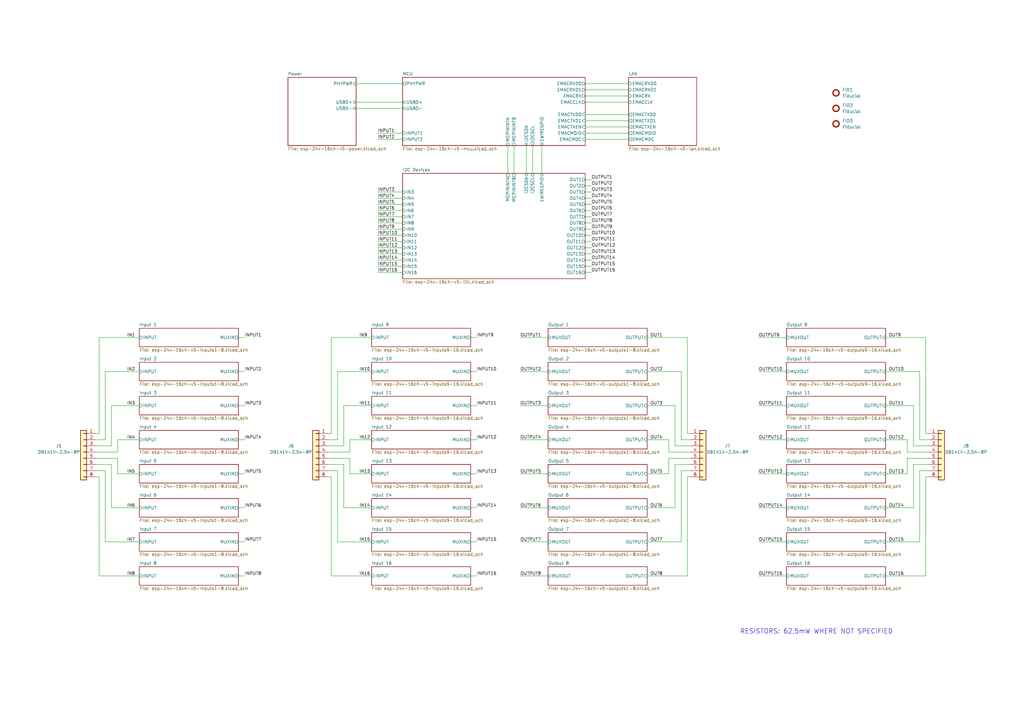
<source format=kicad_sch>
(kicad_sch (version 20250114) (generator "eeschema") (generator_version "9.0")
  (paper "A3")
  (title_block (title "ESP 24V 16xIn/16xOut/1-Wire Module") (date "2026-01-06") (rev "V5.1"))
  (lib_symbols
    (symbol "Connector_Generic:Conn_01x08" (pin_names (offset 1.016) (hide yes))
      (property "Reference" "J" (at 0 10.16 0))
      (property "Value" "Conn_01x08" (at 0 -12.7 0))
      (symbol "Conn_01x08_1_1"
        (rectangle (start -1.27 8.89) (end 1.27 -11.43) (stroke (width 0.254)) (fill (type background)))
        (rectangle (start -1.27 7.747) (end 0 7.493) (stroke (width 0.1524)))
        (rectangle (start -1.27 5.207) (end 0 4.953) (stroke (width 0.1524)))
        (rectangle (start -1.27 2.667) (end 0 2.413) (stroke (width 0.1524)))
        (rectangle (start -1.27 0.127) (end 0 -0.127) (stroke (width 0.1524)))
        (rectangle (start -1.27 -2.413) (end 0 -2.667) (stroke (width 0.1524)))
        (rectangle (start -1.27 -4.953) (end 0 -5.207) (stroke (width 0.1524)))
        (rectangle (start -1.27 -7.493) (end 0 -7.747) (stroke (width 0.1524)))
        (rectangle (start -1.27 -10.033) (end 0 -10.287) (stroke (width 0.1524)))
        (pin passive line (at -5.08 7.62 0) (length 3.81) (name "Pin_1") (number "1"))
        (pin passive line (at -5.08 5.08 0) (length 3.81) (name "Pin_2") (number "2"))
        (pin passive line (at -5.08 2.54 0) (length 3.81) (name "Pin_3") (number "3"))
        (pin passive line (at -5.08 0 0) (length 3.81) (name "Pin_4") (number "4"))
        (pin passive line (at -5.08 -2.54 0) (length 3.81) (name "Pin_5") (number "5"))
        (pin passive line (at -5.08 -5.08 0) (length 3.81) (name "Pin_6") (number "6"))
        (pin passive line (at -5.08 -7.62 0) (length 3.81) (name "Pin_7") (number "7"))
        (pin passive line (at -5.08 -10.16 0) (length 3.81) (name "Pin_8") (number "8"))
      )
    )
    (symbol "Mechanical:Fiducial" (in_bom no)
      (property "Reference" "FID" (at 0 5.08 0))
      (property "Value" "Fiducial" (at 0 3.175 0))
      (symbol "Fiducial_0_1"
        (circle (center 0 0) (radius 1.27) (stroke (width 0.508)) (fill (type background)))
      )
    )
  )
  (text "RESISTORS: 62,5mW WHERE NOT SPECIFIED" (at 303.53 259.08 0) (effects (font (size 1.905 1.905)) (justify left)))
  (wire (pts (xy 154.94 111.76) (xy 165.1 111.76)))
  (wire (pts (xy 240.03 99.06) (xy 242.57 99.06)))
  (wire (pts (xy 146.05 41.91) (xy 165.1 41.91)))
  (wire (pts (xy 48.26 187.96) (xy 48.26 194.31)))
  (wire (pts (xy 240.03 106.68) (xy 242.57 106.68)))
  (wire (pts (xy 154.94 93.98) (xy 165.1 93.98)))
  (wire (pts (xy 240.03 91.44) (xy 242.57 91.44)))
  (wire (pts (xy 379.73 138.43) (xy 363.22 138.43)))
  (wire (pts (xy 240.03 46.99) (xy 257.81 46.99)))
  (wire (pts (xy 97.79 166.37) (xy 100.33 166.37)))
  (wire (pts (xy 143.51 187.96) (xy 143.51 194.31)))
  (wire (pts (xy 276.86 166.37) (xy 265.43 166.37)))
  (wire (pts (xy 381 185.42) (xy 372.11 185.42)))
  (wire (pts (xy 40.64 138.43) (xy 57.15 138.43)))
  (wire (pts (xy 379.73 236.22) (xy 363.22 236.22)))
  (wire (pts (xy 43.18 180.34) (xy 43.18 152.4)))
  (wire (pts (xy 45.72 208.28) (xy 57.15 208.28)))
  (wire (pts (xy 134.62 177.8) (xy 135.89 177.8)))
  (wire (pts (xy 138.43 180.34) (xy 138.43 152.4)))
  (wire (pts (xy 193.04 222.25) (xy 195.58 222.25)))
  (wire (pts (xy 240.03 81.28) (xy 242.57 81.28)))
  (wire (pts (xy 311.15 180.34) (xy 322.58 180.34)))
  (wire (pts (xy 274.32 180.34) (xy 265.43 180.34)))
  (wire (pts (xy 240.03 57.15) (xy 257.81 57.15)))
  (wire (pts (xy 134.62 187.96) (xy 143.51 187.96)))
  (wire (pts (xy 281.94 177.8) (xy 281.94 138.43)))
  (wire (pts (xy 140.97 208.28) (xy 152.4 208.28)))
  (wire (pts (xy 240.03 78.74) (xy 242.57 78.74)))
  (wire (pts (xy 213.36 166.37) (xy 224.79 166.37)))
  (wire (pts (xy 146.05 34.29) (xy 165.1 34.29)))
  (wire (pts (xy 154.94 101.6) (xy 165.1 101.6)))
  (wire (pts (xy 374.65 190.5) (xy 374.65 208.28)))
  (wire (pts (xy 381 177.8) (xy 379.73 177.8)))
  (wire (pts (xy 40.64 236.22) (xy 57.15 236.22)))
  (wire (pts (xy 240.03 83.82) (xy 242.57 83.82)))
  (wire (pts (xy 240.03 39.37) (xy 257.81 39.37)))
  (wire (pts (xy 311.15 236.22) (xy 322.58 236.22)))
  (wire (pts (xy 154.94 99.06) (xy 165.1 99.06)))
  (wire (pts (xy 143.51 194.31) (xy 152.4 194.31)))
  (wire (pts (xy 215.9 59.69) (xy 215.9 71.12)))
  (wire (pts (xy 213.36 222.25) (xy 224.79 222.25)))
  (wire (pts (xy 240.03 109.22) (xy 242.57 109.22)))
  (wire (pts (xy 283.21 177.8) (xy 281.94 177.8)))
  (wire (pts (xy 283.21 195.58) (xy 281.94 195.58)))
  (wire (pts (xy 276.86 182.88) (xy 276.86 166.37)))
  (wire (pts (xy 154.94 96.52) (xy 165.1 96.52)))
  (wire (pts (xy 372.11 180.34) (xy 363.22 180.34)))
  (wire (pts (xy 134.62 195.58) (xy 135.89 195.58)))
  (wire (pts (xy 134.62 193.04) (xy 138.43 193.04)))
  (wire (pts (xy 283.21 193.04) (xy 279.4 193.04)))
  (wire (pts (xy 372.11 187.96) (xy 372.11 194.31)))
  (wire (pts (xy 374.65 208.28) (xy 363.22 208.28)))
  (wire (pts (xy 283.21 182.88) (xy 276.86 182.88)))
  (wire (pts (xy 193.04 208.28) (xy 195.58 208.28)))
  (wire (pts (xy 283.21 180.34) (xy 279.4 180.34)))
  (wire (pts (xy 379.73 177.8) (xy 379.73 138.43)))
  (wire (pts (xy 39.37 195.58) (xy 40.64 195.58)))
  (wire (pts (xy 274.32 187.96) (xy 274.32 194.31)))
  (wire (pts (xy 135.89 177.8) (xy 135.89 138.43)))
  (wire (pts (xy 154.94 83.82) (xy 165.1 83.82)))
  (wire (pts (xy 240.03 36.83) (xy 257.81 36.83)))
  (wire (pts (xy 193.04 166.37) (xy 195.58 166.37)))
  (wire (pts (xy 372.11 185.42) (xy 372.11 180.34)))
  (wire (pts (xy 43.18 222.25) (xy 57.15 222.25)))
  (wire (pts (xy 381 190.5) (xy 374.65 190.5)))
  (wire (pts (xy 193.04 138.43) (xy 195.58 138.43)))
  (wire (pts (xy 274.32 194.31) (xy 265.43 194.31)))
  (wire (pts (xy 240.03 49.53) (xy 257.81 49.53)))
  (wire (pts (xy 39.37 187.96) (xy 48.26 187.96)))
  (wire (pts (xy 134.62 190.5) (xy 140.97 190.5)))
  (wire (pts (xy 97.79 236.22) (xy 100.33 236.22)))
  (wire (pts (xy 283.21 187.96) (xy 274.32 187.96)))
  (wire (pts (xy 311.15 152.4) (xy 322.58 152.4)))
  (wire (pts (xy 97.79 180.34) (xy 100.33 180.34)))
  (wire (pts (xy 97.79 194.31) (xy 100.33 194.31)))
  (wire (pts (xy 240.03 104.14) (xy 242.57 104.14)))
  (wire (pts (xy 135.89 236.22) (xy 152.4 236.22)))
  (wire (pts (xy 193.04 180.34) (xy 195.58 180.34)))
  (wire (pts (xy 154.94 109.22) (xy 165.1 109.22)))
  (wire (pts (xy 43.18 152.4) (xy 57.15 152.4)))
  (wire (pts (xy 154.94 104.14) (xy 165.1 104.14)))
  (wire (pts (xy 40.64 177.8) (xy 40.64 138.43)))
  (wire (pts (xy 372.11 194.31) (xy 363.22 194.31)))
  (wire (pts (xy 134.62 182.88) (xy 140.97 182.88)))
  (wire (pts (xy 213.36 208.28) (xy 224.79 208.28)))
  (wire (pts (xy 48.26 185.42) (xy 48.26 180.34)))
  (wire (pts (xy 281.94 236.22) (xy 265.43 236.22)))
  (wire (pts (xy 379.73 195.58) (xy 379.73 236.22)))
  (wire (pts (xy 381 182.88) (xy 374.65 182.88)))
  (wire (pts (xy 135.89 138.43) (xy 152.4 138.43)))
  (wire (pts (xy 134.62 185.42) (xy 143.51 185.42)))
  (wire (pts (xy 140.97 166.37) (xy 152.4 166.37)))
  (wire (pts (xy 381 193.04) (xy 377.19 193.04)))
  (wire (pts (xy 274.32 185.42) (xy 274.32 180.34)))
  (wire (pts (xy 140.97 182.88) (xy 140.97 166.37)))
  (wire (pts (xy 279.4 180.34) (xy 279.4 152.4)))
  (wire (pts (xy 281.94 195.58) (xy 281.94 236.22)))
  (wire (pts (xy 240.03 96.52) (xy 242.57 96.52)))
  (wire (pts (xy 48.26 194.31) (xy 57.15 194.31)))
  (wire (pts (xy 311.15 166.37) (xy 322.58 166.37)))
  (wire (pts (xy 281.94 138.43) (xy 265.43 138.43)))
  (wire (pts (xy 134.62 180.34) (xy 138.43 180.34)))
  (wire (pts (xy 276.86 208.28) (xy 265.43 208.28)))
  (wire (pts (xy 279.4 152.4) (xy 265.43 152.4)))
  (wire (pts (xy 374.65 182.88) (xy 374.65 166.37)))
  (wire (pts (xy 154.94 81.28) (xy 165.1 81.28)))
  (wire (pts (xy 39.37 182.88) (xy 45.72 182.88)))
  (wire (pts (xy 154.94 78.74) (xy 165.1 78.74)))
  (wire (pts (xy 154.94 86.36) (xy 165.1 86.36)))
  (wire (pts (xy 240.03 73.66) (xy 242.57 73.66)))
  (wire (pts (xy 213.36 152.4) (xy 224.79 152.4)))
  (wire (pts (xy 210.82 59.69) (xy 210.82 71.12)))
  (wire (pts (xy 154.94 88.9) (xy 165.1 88.9)))
  (wire (pts (xy 381 187.96) (xy 372.11 187.96)))
  (wire (pts (xy 138.43 152.4) (xy 152.4 152.4)))
  (wire (pts (xy 311.15 194.31) (xy 322.58 194.31)))
  (wire (pts (xy 381 180.34) (xy 377.19 180.34)))
  (wire (pts (xy 240.03 54.61) (xy 257.81 54.61)))
  (wire (pts (xy 39.37 180.34) (xy 43.18 180.34)))
  (wire (pts (xy 283.21 190.5) (xy 276.86 190.5)))
  (wire (pts (xy 213.36 138.43) (xy 224.79 138.43)))
  (wire (pts (xy 279.4 222.25) (xy 265.43 222.25)))
  (wire (pts (xy 154.94 54.61) (xy 165.1 54.61)))
  (wire (pts (xy 45.72 190.5) (xy 45.72 208.28)))
  (wire (pts (xy 146.05 44.45) (xy 165.1 44.45)))
  (wire (pts (xy 193.04 194.31) (xy 195.58 194.31)))
  (wire (pts (xy 208.28 59.69) (xy 208.28 71.12)))
  (wire (pts (xy 377.19 193.04) (xy 377.19 222.25)))
  (wire (pts (xy 97.79 138.43) (xy 100.33 138.43)))
  (wire (pts (xy 40.64 195.58) (xy 40.64 236.22)))
  (wire (pts (xy 45.72 166.37) (xy 57.15 166.37)))
  (wire (pts (xy 240.03 52.07) (xy 257.81 52.07)))
  (wire (pts (xy 240.03 76.2) (xy 242.57 76.2)))
  (wire (pts (xy 374.65 166.37) (xy 363.22 166.37)))
  (wire (pts (xy 154.94 106.68) (xy 165.1 106.68)))
  (wire (pts (xy 193.04 236.22) (xy 195.58 236.22)))
  (wire (pts (xy 213.36 236.22) (xy 224.79 236.22)))
  (wire (pts (xy 240.03 86.36) (xy 242.57 86.36)))
  (wire (pts (xy 311.15 138.43) (xy 322.58 138.43)))
  (wire (pts (xy 45.72 182.88) (xy 45.72 166.37)))
  (wire (pts (xy 381 195.58) (xy 379.73 195.58)))
  (wire (pts (xy 311.15 208.28) (xy 322.58 208.28)))
  (wire (pts (xy 138.43 193.04) (xy 138.43 222.25)))
  (wire (pts (xy 279.4 193.04) (xy 279.4 222.25)))
  (wire (pts (xy 213.36 180.34) (xy 224.79 180.34)))
  (wire (pts (xy 193.04 152.4) (xy 195.58 152.4)))
  (wire (pts (xy 154.94 57.15) (xy 165.1 57.15)))
  (wire (pts (xy 97.79 152.4) (xy 100.33 152.4)))
  (wire (pts (xy 377.19 180.34) (xy 377.19 152.4)))
  (wire (pts (xy 311.15 222.25) (xy 322.58 222.25)))
  (wire (pts (xy 135.89 195.58) (xy 135.89 236.22)))
  (wire (pts (xy 213.36 194.31) (xy 224.79 194.31)))
  (wire (pts (xy 222.25 59.69) (xy 222.25 71.12)))
  (wire (pts (xy 39.37 193.04) (xy 43.18 193.04)))
  (wire (pts (xy 138.43 222.25) (xy 152.4 222.25)))
  (wire (pts (xy 283.21 185.42) (xy 274.32 185.42)))
  (wire (pts (xy 218.44 59.69) (xy 218.44 71.12)))
  (wire (pts (xy 39.37 190.5) (xy 45.72 190.5)))
  (wire (pts (xy 48.26 180.34) (xy 57.15 180.34)))
  (wire (pts (xy 43.18 193.04) (xy 43.18 222.25)))
  (wire (pts (xy 143.51 180.34) (xy 152.4 180.34)))
  (wire (pts (xy 240.03 111.76) (xy 242.57 111.76)))
  (wire (pts (xy 240.03 101.6) (xy 242.57 101.6)))
  (wire (pts (xy 240.03 88.9) (xy 242.57 88.9)))
  (wire (pts (xy 140.97 190.5) (xy 140.97 208.28)))
  (wire (pts (xy 154.94 91.44) (xy 165.1 91.44)))
  (wire (pts (xy 97.79 208.28) (xy 100.33 208.28)))
  (wire (pts (xy 240.03 93.98) (xy 242.57 93.98)))
  (wire (pts (xy 240.03 41.91) (xy 257.81 41.91)))
  (wire (pts (xy 39.37 177.8) (xy 40.64 177.8)))
  (wire (pts (xy 143.51 185.42) (xy 143.51 180.34)))
  (wire (pts (xy 377.19 152.4) (xy 363.22 152.4)))
  (wire (pts (xy 276.86 190.5) (xy 276.86 208.28)))
  (wire (pts (xy 240.03 34.29) (xy 257.81 34.29)))
  (wire (pts (xy 377.19 222.25) (xy 363.22 222.25)))
  (wire (pts (xy 39.37 185.42) (xy 48.26 185.42)))
  (wire (pts (xy 97.79 222.25) (xy 100.33 222.25)))
  (label "INPUT11" (at 154.94 99.06 0))
  (label "OUTPUT1" (at 213.36 138.43 0))
  (label "OUT14" (at 364.49 208.28 0))
  (label "OUT4" (at 266.7 180.34 0))
  (label "OUTPUT7" (at 242.57 88.9 0))
  (label "INPUT9" (at 154.94 93.98 0))
  (label "OUTPUT15" (at 242.57 109.22 0))
  (label "INPUT14" (at 195.58 208.28 0))
  (label "IN9" (at 147.32 138.43 0))
  (label "IN8" (at 52.07 236.22 0))
  (label "OUTPUT9" (at 311.15 138.43 0))
  (label "OUTPUT15" (at 311.15 222.25 0))
  (label "INPUT2" (at 100.33 152.4 0))
  (label "OUT12" (at 364.49 180.34 0))
  (label "INPUT1" (at 154.94 54.61 0))
  (label "INPUT13" (at 195.58 194.31 0))
  (label "INPUT1" (at 100.33 138.43 0))
  (label "INPUT4" (at 100.33 180.34 0))
  (label "OUTPUT3" (at 242.57 78.74 0))
  (label "IN3" (at 52.07 166.37 0))
  (label "INPUT9" (at 195.58 138.43 0))
  (label "OUTPUT8" (at 213.36 236.22 0))
  (label "OUTPUT5" (at 213.36 194.31 0))
  (label "OUT5" (at 266.7 194.31 0))
  (label "OUTPUT4" (at 213.36 180.34 0))
  (label "OUTPUT12" (at 242.57 101.6 0))
  (label "OUTPUT11" (at 242.57 99.06 0))
  (label "IN13" (at 147.32 194.31 0))
  (label "OUTPUT3" (at 213.36 166.37 0))
  (label "INPUT12" (at 195.58 180.34 0))
  (label "OUTPUT6" (at 213.36 208.28 0))
  (label "OUT9" (at 364.49 138.43 0))
  (label "INPUT5" (at 154.94 83.82 0))
  (label "IN14" (at 147.32 208.28 0))
  (label "IN10" (at 147.32 152.4 0))
  (label "OUT16" (at 364.49 236.22 0))
  (label "INPUT6" (at 100.33 208.28 0))
  (label "INPUT5" (at 100.33 194.31 0))
  (label "IN2" (at 52.07 152.4 0))
  (label "OUTPUT16" (at 311.15 236.22 0))
  (label "INPUT15" (at 195.58 222.25 0))
  (label "INPUT4" (at 154.94 81.28 0))
  (label "INPUT2" (at 154.94 57.15 0))
  (label "INPUT7" (at 100.33 222.25 0))
  (label "OUTPUT7" (at 213.36 222.25 0))
  (label "INPUT8" (at 100.33 236.22 0))
  (label "IN5" (at 52.07 194.31 0))
  (label "OUTPUT4" (at 242.57 81.28 0))
  (label "OUTPUT16" (at 242.57 111.76 0))
  (label "INPUT3" (at 154.94 78.74 0))
  (label "OUTPUT8" (at 242.57 91.44 0))
  (label "INPUT10" (at 154.94 96.52 0))
  (label "IN15" (at 147.32 222.25 0))
  (label "IN6" (at 52.07 208.28 0))
  (label "OUTPUT1" (at 242.57 73.66 0))
  (label "OUT10" (at 364.49 152.4 0))
  (label "INPUT11" (at 195.58 166.37 0))
  (label "OUTPUT12" (at 311.15 180.34 0))
  (label "OUTPUT10" (at 242.57 96.52 0))
  (label "OUTPUT10" (at 311.15 152.4 0))
  (label "OUT8" (at 266.7 236.22 0))
  (label "OUTPUT13" (at 242.57 104.14 0))
  (label "OUT6" (at 266.7 208.28 0))
  (label "INPUT16" (at 195.58 236.22 0))
  (label "OUT3" (at 266.7 166.37 0))
  (label "IN4" (at 52.07 180.34 0))
  (label "OUTPUT2" (at 213.36 152.4 0))
  (label "OUT13" (at 364.49 194.31 0))
  (label "IN1" (at 52.07 138.43 0))
  (label "INPUT13" (at 154.94 104.14 0))
  (label "INPUT8" (at 154.94 91.44 0))
  (label "INPUT3" (at 100.33 166.37 0))
  (label "OUT15" (at 364.49 222.25 0))
  (label "OUTPUT13" (at 311.15 194.31 0))
  (label "INPUT7" (at 154.94 88.9 0))
  (label "OUTPUT14" (at 242.57 106.68 0))
  (label "OUT2" (at 266.7 152.4 0))
  (label "OUT1" (at 266.7 138.43 0))
  (label "IN16" (at 147.32 236.22 0))
  (label "IN12" (at 147.32 180.34 0))
  (label "OUTPUT6" (at 242.57 86.36 0))
  (label "OUT7" (at 266.7 222.25 0))
  (label "INPUT10" (at 195.58 152.4 0))
  (label "OUTPUT14" (at 311.15 208.28 0))
  (label "IN11" (at 147.32 166.37 0))
  (label "OUTPUT9" (at 242.57 93.98 0))
  (label "OUT11" (at 364.49 166.37 0))
  (label "INPUT12" (at 154.94 101.6 0))
  (label "OUTPUT2" (at 242.57 76.2 0))
  (label "INPUT14" (at 154.94 106.68 0))
  (label "INPUT16" (at 154.94 111.76 0))
  (label "IN7" (at 52.07 222.25 0))
  (label "OUTPUT5" (at 242.57 83.82 0))
  (label "OUTPUT11" (at 311.15 166.37 0))
  (label "INPUT15" (at 154.94 109.22 0))
  (label "INPUT6" (at 154.94 86.36 0))
  (symbol (lib_id "Mechanical:Fiducial") (at 342.9 38.1 0) (unit 1) (in_bom no)
    (property "Reference" "FID1" (at 345.44 36.8299 0) (effects (justify left)))
    (property "Value" "Fiducial" (at 345.44 39.3699 0) (effects (justify left)))
    (property "Footprint" "Fiducial:Fiducial_1mm_Mask2mm" (effects (hide yes)))
    (property "Description" "Fiducial Marker" (effects (hide yes)))
  )
  (symbol (lib_id "Mechanical:Fiducial") (at 342.9 44.45 0) (unit 1) (in_bom no)
    (property "Reference" "FID2" (at 345.44 43.1799 0) (effects (justify left)))
    (property "Value" "Fiducial" (at 345.44 45.7199 0) (effects (justify left)))
    (property "Footprint" "Fiducial:Fiducial_1mm_Mask2mm" (effects (hide yes)))
    (property "Description" "Fiducial Marker" (effects (hide yes)))
  )
  (symbol (lib_id "Connector_Generic:Conn_01x08") (at 386.08 185.42 0) (unit 1)
    (property "Reference" "J8" (at 396.24 182.88 0))
    (property "Value" "DB141V-2.54-8P" (at 396.24 185.42 0))
    (property "Footprint" "Tales:TerminalBlock_Dibo_DB141V-2.54-8P_1x08_P2.54mm_Vertical" (effects (hide yes)))
    (property "Description" "Generic connector, single row, 01x08, script generated (kicad-library-utils/schlib/autogen/connector/)" (effects (hide yes)))
    (property "JLCPCB BOM" "1" (effects (hide yes)))
    (property "LCSC Part #" "C2898750" (effects (hide yes)))
    (property "Mfr" "DIBO" (effects (hide yes)))
    (property "Mfr PN" "DB141V-2.54-8P" (effects (hide yes)))
    (property "Vendor" "JLCPCB" (effects (hide yes)))
    (property "Vendor PN" "C2898750" (effects (hide yes)))
  )
  (symbol (lib_id "Connector_Generic:Conn_01x08") (at 288.29 185.42 0) (unit 1)
    (property "Reference" "J7" (at 298.45 182.88 0))
    (property "Value" "DB141V-2.54-8P" (at 298.45 185.42 0))
    (property "Footprint" "Tales:TerminalBlock_Dibo_DB141V-2.54-8P_1x08_P2.54mm_Vertical" (effects (hide yes)))
    (property "Description" "Generic connector, single row, 01x08, script generated (kicad-library-utils/schlib/autogen/connector/)" (effects (hide yes)))
    (property "JLCPCB BOM" "1" (effects (hide yes)))
    (property "LCSC Part #" "C2898750" (effects (hide yes)))
    (property "Mfr" "DIBO" (effects (hide yes)))
    (property "Mfr PN" "DB141V-2.54-8P" (effects (hide yes)))
    (property "Vendor" "JLCPCB" (effects (hide yes)))
    (property "Vendor PN" "C2898750" (effects (hide yes)))
  )
  (symbol (lib_id "Connector_Generic:Conn_01x08") (at 129.54 185.42 0) (mirror y) (unit 1)
    (property "Reference" "J6" (at 119.38 182.88 0))
    (property "Value" "DB141V-2.54-8P" (at 119.38 185.42 0))
    (property "Footprint" "Tales:TerminalBlock_Dibo_DB141V-2.54-8P_1x08_P2.54mm_Vertical" (effects (hide yes)))
    (property "Description" "Generic connector, single row, 01x08, script generated (kicad-library-utils/schlib/autogen/connector/)" (effects (hide yes)))
    (property "JLCPCB BOM" "1" (effects (hide yes)))
    (property "LCSC Part #" "C2898750" (effects (hide yes)))
    (property "Mfr" "DIBO" (effects (hide yes)))
    (property "Mfr PN" "DB141V-2.54-8P" (effects (hide yes)))
    (property "Vendor" "JLCPCB" (effects (hide yes)))
    (property "Vendor PN" "C2898750" (effects (hide yes)))
  )
  (symbol (lib_id "Mechanical:Fiducial") (at 342.9 50.8 0) (unit 1) (in_bom no)
    (property "Reference" "FID3" (at 345.44 49.5299 0) (effects (justify left)))
    (property "Value" "Fiducial" (at 345.44 52.0699 0) (effects (justify left)))
    (property "Footprint" "Fiducial:Fiducial_1mm_Mask2mm" (effects (hide yes)))
    (property "Description" "Fiducial Marker" (effects (hide yes)))
  )
  (symbol (lib_id "Connector_Generic:Conn_01x08") (at 34.29 185.42 0) (mirror y) (unit 1)
    (property "Reference" "J5" (at 24.13 182.88 0))
    (property "Value" "DB141V-2.54-8P" (at 24.13 185.42 0))
    (property "Footprint" "Tales:TerminalBlock_Dibo_DB141V-2.54-8P_1x08_P2.54mm_Vertical" (effects (hide yes)))
    (property "Description" "Generic connector, single row, 01x08, script generated (kicad-library-utils/schlib/autogen/connector/)" (effects (hide yes)))
    (property "JLCPCB BOM" "1" (effects (hide yes)))
    (property "LCSC Part #" "C2898750" (effects (hide yes)))
    (property "Mfr" "DIBO" (effects (hide yes)))
    (property "Mfr PN" "DB141V-2.54-8P" (effects (hide yes)))
    (property "Vendor" "JLCPCB" (effects (hide yes)))
    (property "Vendor PN" "C2898750" (effects (hide yes)))
  )
  (sheet (at 224.79 204.47) (size 40.64 7.62) (stroke (width 0.1524))
    (property "Sheetname" "Output 6" (at 224.79 203.7584 0) (effects (justify left bottom)))
    (property "Sheetfile" "esp-24v-16ch-v5-outputs1-8.kicad_sch" (at 224.79 212.6746 0) (effects (justify left top)))
    (pin "MUXOUT" input (at 224.79 208.28 180))
    (pin "OUTPUT" input (at 265.43 208.28 0))
  )
  (sheet (at 322.58 148.59) (size 40.64 7.62) (stroke (width 0.1524))
    (property "Sheetname" "Output 10" (at 322.58 147.8784 0) (effects (justify left bottom)))
    (property "Sheetfile" "esp-24v-16ch-v5-outputs9-16.kicad_sch" (at 322.58 156.7946 0) (effects (justify left top)))
    (pin "MUXOUT" input (at 322.58 152.4 180))
    (pin "OUTPUT" input (at 363.22 152.4 0))
  )
  (sheet (at 57.15 232.41) (size 40.64 7.62) (stroke (width 0.1524))
    (property "Sheetname" "Input 8" (at 57.15 231.6984 0) (effects (justify left bottom)))
    (property "Sheetfile" "esp-24v-16ch-v5-inputs1-8.kicad_sch" (at 57.15 240.6146 0) (effects (justify left top)))
    (pin "INPUT" input (at 57.15 236.22 180))
    (pin "MUXIN" output (at 97.79 236.22 0))
  )
  (sheet (at 322.58 232.41) (size 40.64 7.62) (stroke (width 0.1524))
    (property "Sheetname" "Output 16" (at 322.58 231.6984 0) (effects (justify left bottom)))
    (property "Sheetfile" "esp-24v-16ch-v5-outputs9-16.kicad_sch" (at 322.58 240.6146 0) (effects (justify left top)))
    (pin "MUXOUT" input (at 322.58 236.22 180))
    (pin "OUTPUT" input (at 363.22 236.22 0))
  )
  (sheet (at 322.58 162.56) (size 40.64 7.62) (stroke (width 0.1524))
    (property "Sheetname" "Output 11" (at 322.58 161.8484 0) (effects (justify left bottom)))
    (property "Sheetfile" "esp-24v-16ch-v5-outputs9-16.kicad_sch" (at 322.58 170.7646 0) (effects (justify left top)))
    (pin "MUXOUT" input (at 322.58 166.37 180))
    (pin "OUTPUT" input (at 363.22 166.37 0))
  )
  (sheet (at 57.15 176.53) (size 40.64 7.62) (stroke (width 0.1524))
    (property "Sheetname" "Input 4" (at 57.15 175.8184 0) (effects (justify left bottom)))
    (property "Sheetfile" "esp-24v-16ch-v5-inputs1-8.kicad_sch" (at 57.15 184.7346 0) (effects (justify left top)))
    (pin "INPUT" input (at 57.15 180.34 180))
    (pin "MUXIN" output (at 97.79 180.34 0))
  )
  (sheet (at 152.4 162.56) (size 40.64 7.62) (stroke (width 0.1524))
    (property "Sheetname" "Input 11" (at 152.4 161.8484 0) (effects (justify left bottom)))
    (property "Sheetfile" "esp-24v-16ch-v5-inputs9-16.kicad_sch" (at 152.4 170.7646 0) (effects (justify left top)))
    (pin "INPUT" input (at 152.4 166.37 180))
    (pin "MUXIN" output (at 193.04 166.37 0))
  )
  (sheet (at 224.79 162.56) (size 40.64 7.62) (stroke (width 0.1524))
    (property "Sheetname" "Output 3" (at 224.79 161.8484 0) (effects (justify left bottom)))
    (property "Sheetfile" "esp-24v-16ch-v5-outputs1-8.kicad_sch" (at 224.79 170.7646 0) (effects (justify left top)))
    (pin "MUXOUT" input (at 224.79 166.37 180))
    (pin "OUTPUT" input (at 265.43 166.37 0))
  )
  (sheet (at 57.15 190.5) (size 40.64 7.62) (stroke (width 0.1524))
    (property "Sheetname" "Input 5" (at 57.15 189.7884 0) (effects (justify left bottom)))
    (property "Sheetfile" "esp-24v-16ch-v5-inputs1-8.kicad_sch" (at 57.15 198.7046 0) (effects (justify left top)))
    (pin "INPUT" input (at 57.15 194.31 180))
    (pin "MUXIN" output (at 97.79 194.31 0))
  )
  (sheet (at 224.79 176.53) (size 40.64 7.62) (stroke (width 0.1524))
    (property "Sheetname" "Output 4" (at 224.79 175.8184 0) (effects (justify left bottom)))
    (property "Sheetfile" "esp-24v-16ch-v5-outputs1-8.kicad_sch" (at 224.79 184.7346 0) (effects (justify left top)))
    (pin "MUXOUT" input (at 224.79 180.34 180))
    (pin "OUTPUT" input (at 265.43 180.34 0))
  )
  (sheet (at 57.15 204.47) (size 40.64 7.62) (stroke (width 0.1524))
    (property "Sheetname" "Input 6" (at 57.15 203.7584 0) (effects (justify left bottom)))
    (property "Sheetfile" "esp-24v-16ch-v5-inputs1-8.kicad_sch" (at 57.15 212.6746 0) (effects (justify left top)))
    (pin "INPUT" input (at 57.15 208.28 180))
    (pin "MUXIN" output (at 97.79 208.28 0))
  )
  (sheet (at 322.58 134.62) (size 40.64 7.62) (stroke (width 0.1524))
    (property "Sheetname" "Output 9" (at 322.58 133.9084 0) (effects (justify left bottom)))
    (property "Sheetfile" "esp-24v-16ch-v5-outputs9-16.kicad_sch" (at 322.58 142.8246 0) (effects (justify left top)))
    (pin "MUXOUT" input (at 322.58 138.43 180))
    (pin "OUTPUT" input (at 363.22 138.43 0))
  )
  (sheet (at 152.4 134.62) (size 40.64 7.62) (stroke (width 0.1524))
    (property "Sheetname" "Input 9" (at 152.4 133.9084 0) (effects (justify left bottom)))
    (property "Sheetfile" "esp-24v-16ch-v5-inputs9-16.kicad_sch" (at 152.4 142.8246 0) (effects (justify left top)))
    (pin "INPUT" input (at 152.4 138.43 180))
    (pin "MUXIN" output (at 193.04 138.43 0))
  )
  (sheet (at 322.58 176.53) (size 40.64 7.62) (stroke (width 0.1524))
    (property "Sheetname" "Output 12" (at 322.58 175.8184 0) (effects (justify left bottom)))
    (property "Sheetfile" "esp-24v-16ch-v5-outputs9-16.kicad_sch" (at 322.58 184.7346 0) (effects (justify left top)))
    (pin "MUXOUT" input (at 322.58 180.34 180))
    (pin "OUTPUT" input (at 363.22 180.34 0))
  )
  (sheet (at 118.11 31.75) (size 27.94 27.94) (stroke (width 0.1524))
    (property "Sheetname" "Power" (at 118.11 31.0384 0) (effects (justify left bottom)))
    (property "Sheetfile" "esp-24v-16ch-v5-power.kicad_sch" (at 118.11 60.2746 0) (effects (justify left top)))
    (pin "PHYPWR" input (at 146.05 34.29 0))
    (pin "USBD+" bidirectional (at 146.05 41.91 0))
    (pin "USBD-" bidirectional (at 146.05 44.45 0))
  )
  (sheet (at 322.58 218.44) (size 40.64 7.62) (stroke (width 0.1524))
    (property "Sheetname" "Output 15" (at 322.58 217.7284 0) (effects (justify left bottom)))
    (property "Sheetfile" "esp-24v-16ch-v5-outputs9-16.kicad_sch" (at 322.58 226.6446 0) (effects (justify left top)))
    (pin "MUXOUT" input (at 322.58 222.25 180))
    (pin "OUTPUT" input (at 363.22 222.25 0))
  )
  (sheet (at 224.79 148.59) (size 40.64 7.62) (stroke (width 0.1524))
    (property "Sheetname" "Output 2" (at 224.79 147.8784 0) (effects (justify left bottom)))
    (property "Sheetfile" "esp-24v-16ch-v5-outputs1-8.kicad_sch" (at 224.79 156.7946 0) (effects (justify left top)))
    (pin "MUXOUT" input (at 224.79 152.4 180))
    (pin "OUTPUT" input (at 265.43 152.4 0))
  )
  (sheet (at 152.4 148.59) (size 40.64 7.62) (stroke (width 0.1524))
    (property "Sheetname" "Input 10" (at 152.4 147.8784 0) (effects (justify left bottom)))
    (property "Sheetfile" "esp-24v-16ch-v5-inputs9-16.kicad_sch" (at 152.4 156.7946 0) (effects (justify left top)))
    (pin "INPUT" input (at 152.4 152.4 180))
    (pin "MUXIN" output (at 193.04 152.4 0))
  )
  (sheet (at 152.4 190.5) (size 40.64 7.62) (stroke (width 0.1524))
    (property "Sheetname" "Input 13" (at 152.4 189.7884 0) (effects (justify left bottom)))
    (property "Sheetfile" "esp-24v-16ch-v5-inputs9-16.kicad_sch" (at 152.4 198.7046 0) (effects (justify left top)))
    (pin "INPUT" input (at 152.4 194.31 180))
    (pin "MUXIN" output (at 193.04 194.31 0))
  )
  (sheet (at 165.1 71.12) (size 74.93 43.18) (stroke (width 0.1524))
    (property "Sheetname" "I2C Devices" (at 165.1 70.4084 0) (effects (justify left bottom)))
    (property "Sheetfile" "esp-24v-16ch-v5-i2c.kicad_sch" (at 165.1 114.8846 0) (effects (justify left top)))
    (pin "IN8" input (at 165.1 91.44 180))
    (pin "IN6" input (at 165.1 86.36 180))
    (pin "IN5" input (at 165.1 83.82 180))
    (pin "IN7" input (at 165.1 88.9 180))
    (pin "IN4" input (at 165.1 81.28 180))
    (pin "IN3" input (at 165.1 78.74 180))
    (pin "IN15" input (at 165.1 109.22 180))
    (pin "IN16" input (at 165.1 111.76 180))
    (pin "IN9" input (at 165.1 93.98 180))
    (pin "IN11" input (at 165.1 99.06 180))
    (pin "IN10" input (at 165.1 96.52 180))
    (pin "IN12" input (at 165.1 101.6 180))
    (pin "IN14" input (at 165.1 106.68 180))
    (pin "IN13" input (at 165.1 104.14 180))
    (pin "I2CSDA" bidirectional (at 215.9 71.12 90))
    (pin "I2CSCL" input (at 218.44 71.12 90))
    (pin "MCPININTB" output (at 210.82 71.12 90))
    (pin "MCPININTA" output (at 208.28 71.12 90))
    (pin "1WIREGPIO" bidirectional (at 222.25 71.12 90))
    (pin "OUT1" output (at 240.03 73.66 0))
    (pin "OUT2" output (at 240.03 76.2 0))
    (pin "OUT3" output (at 240.03 78.74 0))
    (pin "OUT4" output (at 240.03 81.28 0))
    (pin "OUT5" output (at 240.03 83.82 0))
    (pin "OUT6" output (at 240.03 86.36 0))
    (pin "OUT7" output (at 240.03 88.9 0))
    (pin "OUT8" output (at 240.03 91.44 0))
    (pin "OUT9" output (at 240.03 93.98 0))
    (pin "OUT10" output (at 240.03 96.52 0))
    (pin "OUT11" output (at 240.03 99.06 0))
    (pin "OUT12" output (at 240.03 101.6 0))
    (pin "OUT13" output (at 240.03 104.14 0))
    (pin "OUT14" output (at 240.03 106.68 0))
    (pin "OUT15" output (at 240.03 109.22 0))
    (pin "OUT16" output (at 240.03 111.76 0))
  )
  (sheet (at 224.79 190.5) (size 40.64 7.62) (stroke (width 0.1524))
    (property "Sheetname" "Output 5" (at 224.79 189.7884 0) (effects (justify left bottom)))
    (property "Sheetfile" "esp-24v-16ch-v5-outputs1-8.kicad_sch" (at 224.79 198.7046 0) (effects (justify left top)))
    (pin "MUXOUT" input (at 224.79 194.31 180))
    (pin "OUTPUT" input (at 265.43 194.31 0))
  )
  (sheet (at 224.79 218.44) (size 40.64 7.62) (stroke (width 0.1524))
    (property "Sheetname" "Output 7" (at 224.79 217.7284 0) (effects (justify left bottom)))
    (property "Sheetfile" "esp-24v-16ch-v5-outputs1-8.kicad_sch" (at 224.79 226.6446 0) (effects (justify left top)))
    (pin "MUXOUT" input (at 224.79 222.25 180))
    (pin "OUTPUT" input (at 265.43 222.25 0))
  )
  (sheet (at 152.4 204.47) (size 40.64 7.62) (stroke (width 0.1524))
    (property "Sheetname" "Input 14" (at 152.4 203.7584 0) (effects (justify left bottom)))
    (property "Sheetfile" "esp-24v-16ch-v5-inputs9-16.kicad_sch" (at 152.4 212.6746 0) (effects (justify left top)))
    (pin "INPUT" input (at 152.4 208.28 180))
    (pin "MUXIN" output (at 193.04 208.28 0))
  )
  (sheet (at 57.15 148.59) (size 40.64 7.62) (stroke (width 0.1524))
    (property "Sheetname" "Input 2" (at 57.15 147.8784 0) (effects (justify left bottom)))
    (property "Sheetfile" "esp-24v-16ch-v5-inputs1-8.kicad_sch" (at 57.15 156.7946 0) (effects (justify left top)))
    (pin "INPUT" input (at 57.15 152.4 180))
    (pin "MUXIN" output (at 97.79 152.4 0))
  )
  (sheet (at 152.4 232.41) (size 40.64 7.62) (stroke (width 0.1524))
    (property "Sheetname" "Input 16" (at 152.4 231.6984 0) (effects (justify left bottom)))
    (property "Sheetfile" "esp-24v-16ch-v5-inputs9-16.kicad_sch" (at 152.4 240.6146 0) (effects (justify left top)))
    (pin "INPUT" input (at 152.4 236.22 180))
    (pin "MUXIN" output (at 193.04 236.22 0))
  )
  (sheet (at 257.81 31.75) (size 27.94 27.94) (stroke (width 0.1524))
    (property "Sheetname" "LAN" (at 257.81 31.0384 0) (effects (justify left bottom)))
    (property "Sheetfile" "esp-24v-16ch-v5-lan.kicad_sch" (at 257.81 60.2746 0) (effects (justify left top)))
    (pin "EMACRX" input (at 257.81 39.37 180))
    (pin "EMACMDIO" output (at 257.81 54.61 180))
    (pin "EMACTXD0" output (at 257.81 46.99 180))
    (pin "EMACTXD1" output (at 257.81 49.53 180))
    (pin "EMACTXEN" output (at 257.81 52.07 180))
    (pin "EMACRXD1" input (at 257.81 36.83 180))
    (pin "EMACRXD0" input (at 257.81 34.29 180))
    (pin "EMACMDC" output (at 257.81 57.15 180))
    (pin "EMACCLK" input (at 257.81 41.91 180))
  )
  (sheet (at 152.4 176.53) (size 40.64 7.62) (stroke (width 0.1524))
    (property "Sheetname" "Input 12" (at 152.4 175.8184 0) (effects (justify left bottom)))
    (property "Sheetfile" "esp-24v-16ch-v5-inputs9-16.kicad_sch" (at 152.4 184.7346 0) (effects (justify left top)))
    (pin "INPUT" input (at 152.4 180.34 180))
    (pin "MUXIN" output (at 193.04 180.34 0))
  )
  (sheet (at 322.58 190.5) (size 40.64 7.62) (stroke (width 0.1524))
    (property "Sheetname" "Output 13" (at 322.58 189.7884 0) (effects (justify left bottom)))
    (property "Sheetfile" "esp-24v-16ch-v5-outputs9-16.kicad_sch" (at 322.58 198.7046 0) (effects (justify left top)))
    (pin "MUXOUT" input (at 322.58 194.31 180))
    (pin "OUTPUT" input (at 363.22 194.31 0))
  )
  (sheet (at 152.4 218.44) (size 40.64 7.62) (stroke (width 0.1524))
    (property "Sheetname" "Input 15" (at 152.4 217.7284 0) (effects (justify left bottom)))
    (property "Sheetfile" "esp-24v-16ch-v5-inputs9-16.kicad_sch" (at 152.4 226.6446 0) (effects (justify left top)))
    (pin "INPUT" input (at 152.4 222.25 180))
    (pin "MUXIN" output (at 193.04 222.25 0))
  )
  (sheet (at 322.58 204.47) (size 40.64 7.62) (stroke (width 0.1524))
    (property "Sheetname" "Output 14" (at 322.58 203.7584 0) (effects (justify left bottom)))
    (property "Sheetfile" "esp-24v-16ch-v5-outputs9-16.kicad_sch" (at 322.58 212.6746 0) (effects (justify left top)))
    (pin "MUXOUT" input (at 322.58 208.28 180))
    (pin "OUTPUT" input (at 363.22 208.28 0))
  )
  (sheet (at 57.15 218.44) (size 40.64 7.62) (stroke (width 0.1524))
    (property "Sheetname" "Input 7" (at 57.15 217.7284 0) (effects (justify left bottom)))
    (property "Sheetfile" "esp-24v-16ch-v5-inputs1-8.kicad_sch" (at 57.15 226.6446 0) (effects (justify left top)))
    (pin "INPUT" input (at 57.15 222.25 180))
    (pin "MUXIN" output (at 97.79 222.25 0))
  )
  (sheet (at 224.79 232.41) (size 40.64 7.62) (stroke (width 0.1524))
    (property "Sheetname" "Output 8" (at 224.79 231.6984 0) (effects (justify left bottom)))
    (property "Sheetfile" "esp-24v-16ch-v5-outputs1-8.kicad_sch" (at 224.79 240.6146 0) (effects (justify left top)))
    (pin "MUXOUT" input (at 224.79 236.22 180))
    (pin "OUTPUT" input (at 265.43 236.22 0))
  )
  (sheet (at 57.15 134.62) (size 40.64 7.62) (stroke (width 0.1524))
    (property "Sheetname" "Input 1" (at 57.15 133.9084 0) (effects (justify left bottom)))
    (property "Sheetfile" "esp-24v-16ch-v5-inputs1-8.kicad_sch" (at 57.15 142.8246 0) (effects (justify left top)))
    (pin "INPUT" input (at 57.15 138.43 180))
    (pin "MUXIN" output (at 97.79 138.43 0))
  )
  (sheet (at 165.1 31.75) (size 74.93 27.94) (stroke (width 0.1524))
    (property "Sheetname" "MCU" (at 165.1 31.0384 0) (effects (justify left bottom)))
    (property "Sheetfile" "esp-24v-16ch-v5-mcu.kicad_sch" (at 165.1 60.2746 0) (effects (justify left top)))
    (pin "PHYPWR" output (at 165.1 34.29 180))
    (pin "EMACMDIO" input (at 240.03 54.61 0))
    (pin "EMACTXD0" input (at 240.03 46.99 0))
    (pin "EMACCLK" output (at 240.03 41.91 0))
    (pin "EMACMDC" input (at 240.03 57.15 0))
    (pin "EMACRXD0" output (at 240.03 34.29 0))
    (pin "EMACTXEN" input (at 240.03 52.07 0))
    (pin "EMACTXD1" input (at 240.03 49.53 0))
    (pin "EMACRXD1" output (at 240.03 36.83 0))
    (pin "EMACRX" output (at 240.03 39.37 0))
    (pin "I2CSDA" bidirectional (at 215.9 59.69 270))
    (pin "I2CSCL" output (at 218.44 59.69 270))
    (pin "MCPININTA" input (at 208.28 59.69 270))
    (pin "MCPININTB" input (at 210.82 59.69 270))
    (pin "USBD+" bidirectional (at 165.1 41.91 180))
    (pin "USBD-" bidirectional (at 165.1 44.45 180))
    (pin "1WIREGPIO" bidirectional (at 222.25 59.69 270))
    (pin "INPUT1" input (at 165.1 54.61 180))
    (pin "INPUT2" input (at 165.1 57.15 180))
  )
  (sheet (at 57.15 162.56) (size 40.64 7.62) (stroke (width 0.1524))
    (property "Sheetname" "Input 3" (at 57.15 161.8484 0) (effects (justify left bottom)))
    (property "Sheetfile" "esp-24v-16ch-v5-inputs1-8.kicad_sch" (at 57.15 170.7646 0) (effects (justify left top)))
    (pin "INPUT" input (at 57.15 166.37 180))
    (pin "MUXIN" output (at 97.79 166.37 0))
  )
  (sheet (at 224.79 134.62) (size 40.64 7.62) (stroke (width 0.1524))
    (property "Sheetname" "Output 1" (at 224.79 133.9084 0) (effects (justify left bottom)))
    (property "Sheetfile" "esp-24v-16ch-v5-outputs1-8.kicad_sch" (at 224.79 142.8246 0) (effects (justify left top)))
    (pin "MUXOUT" input (at 224.79 138.43 180))
    (pin "OUTPUT" input (at 265.43 138.43 0))
  )
)
</source>
